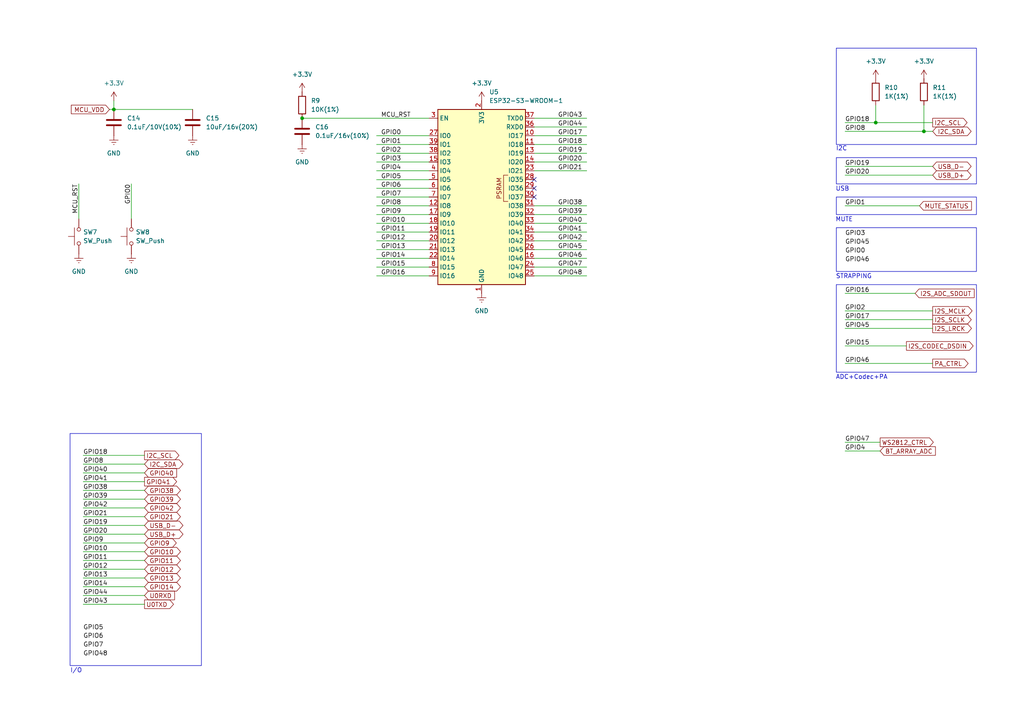
<source format=kicad_sch>
(kicad_sch (version 20231120) (generator "eeschema") (generator_version "8.0")
  (paper "A4")
  (lib_symbols
    (symbol "Device:C" (pin_numbers hide) (pin_names (offset 0.254))
      (property "Reference" "C" (at 0.635 2.54 0))
      (property "Value" "C" (at 0.635 -2.54 0))
      (symbol "C_0_1"
        (polyline (pts (xy -2.032 -0.762) (xy 2.032 -0.762)) (stroke (width 0.508)))
        (polyline (pts (xy -2.032 0.762) (xy 2.032 0.762)) (stroke (width 0.508)))
      )
      (symbol "C_1_1"
        (pin passive line (at 0 3.81 270) (length 2.794) (name "~") (number "1"))
        (pin passive line (at 0 -3.81 90) (length 2.794) (name "~") (number "2"))
      )
    )
    (symbol "Device:R" (pin_numbers hide) (pin_names (offset 0))
      (property "Reference" "R" (at 2.032 0 90))
      (property "Value" "R" (at 0 0 90))
      (symbol "R_0_1"
        (rectangle (start -1.016 -2.54) (end 1.016 2.54) (stroke (width 0.254)))
      )
      (symbol "R_1_1"
        (pin passive line (at 0 3.81 270) (length 1.27) (name "~") (number "1"))
        (pin passive line (at 0 -3.81 90) (length 1.27) (name "~") (number "2"))
      )
    )
    (symbol "RF_Module:ESP32-S3-WROOM-1"
      (property "Reference" "U" (at -12.7 26.67 0))
      (property "Value" "ESP32-S3-WROOM-1" (at 12.7 26.67 0))
      (symbol "ESP32-S3-WROOM-1_0_0"
        (rectangle (start -12.7 25.4) (end 12.7 -25.4) (stroke (width 0.254)) (fill (type background)))
        (text "PSRAM" (at 5.08 2.54 900) (effects (font (size 1.27 1.27))))
      )
      (symbol "ESP32-S3-WROOM-1_0_1"
        (polyline (pts (xy 7.62 -1.27) (xy 6.35 -1.27) (xy 6.35 6.35) (xy 7.62 6.35)))
      )
      (symbol "ESP32-S3-WROOM-1_1_1"
        (pin power_in line (at 0 -27.94 90) (length 2.54) (name "GND") (number "1"))
        (pin bidirectional line (at 15.24 17.78 180) (length 2.54) (name "IO17") (number "10"))
        (pin bidirectional line (at 15.24 15.24 180) (length 2.54) (name "IO18") (number "11"))
        (pin bidirectional line (at -15.24 -2.54 0) (length 2.54) (name "IO8") (number "12"))
        (pin bidirectional line (at 15.24 12.7 180) (length 2.54) (name "IO19") (number "13"))
        (pin bidirectional line (at 15.24 10.16 180) (length 2.54) (name "IO20") (number "14"))
        (pin bidirectional line (at -15.24 10.16 0) (length 2.54) (name "IO3") (number "15"))
        (pin bidirectional line (at 15.24 -17.78 180) (length 2.54) (name "IO46") (number "16"))
        (pin bidirectional line (at -15.24 -5.08 0) (length 2.54) (name "IO9") (number "17"))
        (pin bidirectional line (at -15.24 -7.62 0) (length 2.54) (name "IO10") (number "18"))
        (pin bidirectional line (at -15.24 -10.16 0) (length 2.54) (name "IO11") (number "19"))
        (pin power_in line (at 0 27.94 270) (length 2.54) (name "3V3") (number "2"))
        (pin bidirectional line (at -15.24 -12.7 0) (length 2.54) (name "IO12") (number "20"))
        (pin bidirectional line (at -15.24 -15.24 0) (length 2.54) (name "IO13") (number "21"))
        (pin bidirectional line (at -15.24 -17.78 0) (length 2.54) (name "IO14") (number "22"))
        (pin bidirectional line (at 15.24 7.62 180) (length 2.54) (name "IO21") (number "23"))
        (pin bidirectional line (at 15.24 -20.32 180) (length 2.54) (name "IO47") (number "24"))
        (pin bidirectional line (at 15.24 -22.86 180) (length 2.54) (name "IO48") (number "25"))
        (pin bidirectional line (at 15.24 -15.24 180) (length 2.54) (name "IO45") (number "26"))
        (pin bidirectional line (at -15.24 17.78 0) (length 2.54) (name "IO0") (number "27"))
        (pin bidirectional line (at 15.24 5.08 180) (length 2.54) (name "IO35") (number "28"))
        (pin bidirectional line (at 15.24 2.54 180) (length 2.54) (name "IO36") (number "29"))
        (pin input line (at -15.24 22.86 0) (length 2.54) (name "EN") (number "3"))
        (pin bidirectional line (at 15.24 0 180) (length 2.54) (name "IO37") (number "30"))
        (pin bidirectional line (at 15.24 -2.54 180) (length 2.54) (name "IO38") (number "31"))
        (pin bidirectional line (at 15.24 -5.08 180) (length 2.54) (name "IO39") (number "32"))
        (pin bidirectional line (at 15.24 -7.62 180) (length 2.54) (name "IO40") (number "33"))
        (pin bidirectional line (at 15.24 -10.16 180) (length 2.54) (name "IO41") (number "34"))
        (pin bidirectional line (at 15.24 -12.7 180) (length 2.54) (name "IO42") (number "35"))
        (pin bidirectional line (at 15.24 20.32 180) (length 2.54) (name "RXD0") (number "36"))
        (pin bidirectional line (at 15.24 22.86 180) (length 2.54) (name "TXD0") (number "37"))
        (pin bidirectional line (at -15.24 12.7 0) (length 2.54) (name "IO2") (number "38"))
        (pin bidirectional line (at -15.24 15.24 0) (length 2.54) (name "IO1") (number "39"))
        (pin bidirectional line (at -15.24 7.62 0) (length 2.54) (name "IO4") (number "4"))
        (pin passive line (at 0 -27.94 90) (length 2.54) hide (name "GND") (number "40"))
        (pin passive line (at 0 -27.94 90) (length 2.54) hide (name "GND") (number "41"))
        (pin bidirectional line (at -15.24 5.08 0) (length 2.54) (name "IO5") (number "5"))
        (pin bidirectional line (at -15.24 2.54 0) (length 2.54) (name "IO6") (number "6"))
        (pin bidirectional line (at -15.24 0 0) (length 2.54) (name "IO7") (number "7"))
        (pin bidirectional line (at -15.24 -20.32 0) (length 2.54) (name "IO15") (number "8"))
        (pin bidirectional line (at -15.24 -22.86 0) (length 2.54) (name "IO16") (number "9"))
      )
    )
    (symbol "Switch:SW_Push" (pin_numbers hide) (pin_names (offset 1.016) hide)
      (property "Reference" "SW" (at 1.27 2.54 0))
      (property "Value" "SW_Push" (at 0 -1.524 0))
      (symbol "SW_Push_0_1"
        (circle (center -2.032 0) (radius 0.508))
        (polyline (pts (xy 0 1.27) (xy 0 3.048)))
        (polyline (pts (xy 2.54 1.27) (xy -2.54 1.27)))
        (circle (center 2.032 0) (radius 0.508))
        (pin passive line (at -5.08 0 0) (length 2.54) (name "1") (number "1"))
        (pin passive line (at 5.08 0 180) (length 2.54) (name "2") (number "2"))
      )
    )
    (symbol "power:+3.3V" (power) (pin_numbers hide) (pin_names (offset 0) hide)
      (property "Value" "+3.3V" (at 0 3.556 0))
      (symbol "+3.3V_0_1"
        (polyline (pts (xy -0.762 1.27) (xy 0 2.54)))
        (polyline (pts (xy 0 0) (xy 0 2.54)))
        (polyline (pts (xy 0 2.54) (xy 0.762 1.27)))
      )
      (symbol "+3.3V_1_1"
        (pin power_in line (at 0 0 90) (length 0) (name "~") (number "1"))
      )
    )
    (symbol "power:Earth" (power) (pin_numbers hide) (pin_names (offset 0) hide)
      (property "Value" "Earth" (at 0 -3.81 0))
      (symbol "Earth_0_1"
        (polyline (pts (xy -0.635 -1.905) (xy 0.635 -1.905)))
        (polyline (pts (xy -0.127 -2.54) (xy 0.127 -2.54)))
        (polyline (pts (xy 0 -1.27) (xy 0 0)))
        (polyline (pts (xy 1.27 -1.27) (xy -1.27 -1.27)))
      )
      (symbol "Earth_1_1"
        (pin power_in line (at 0 0 270) (length 0) (name "~") (number "1"))
      )
    )
  )
  (junction (at 33.02 31.75))
  (junction (at 267.97 38.1))
  (junction (at 87.63 34.29))
  (junction (at 254 35.56))
  (no_connect (at 154.94 54.61))
  (no_connect (at 154.94 57.15))
  (no_connect (at 154.94 52.07))
  (wire (pts (xy 24.13 152.4) (xy 41.91 152.4)))
  (wire (pts (xy 154.94 77.47) (xy 170.18 77.47)))
  (wire (pts (xy 154.94 67.31) (xy 170.18 67.31)))
  (wire (pts (xy 24.13 170.18) (xy 41.91 170.18)))
  (wire (pts (xy 24.13 144.78) (xy 41.91 144.78)))
  (wire (pts (xy 270.51 90.17) (xy 245.11 90.17)))
  (wire (pts (xy 154.94 64.77) (xy 170.18 64.77)))
  (wire (pts (xy 245.11 38.1) (xy 267.97 38.1)))
  (wire (pts (xy 265.43 85.09) (xy 245.11 85.09)))
  (wire (pts (xy 154.94 46.99) (xy 170.18 46.99)))
  (wire (pts (xy 154.94 59.69) (xy 170.18 59.69)))
  (wire (pts (xy 154.94 34.29) (xy 170.18 34.29)))
  (wire (pts (xy 245.11 105.41) (xy 270.51 105.41)))
  (wire (pts (xy 24.13 154.94) (xy 41.91 154.94)))
  (wire (pts (xy 154.94 80.01) (xy 170.18 80.01)))
  (wire (pts (xy 87.63 34.29) (xy 124.46 34.29)))
  (wire (pts (xy 109.22 64.77) (xy 124.46 64.77)))
  (wire (pts (xy 154.94 36.83) (xy 170.18 36.83)))
  (wire (pts (xy 245.11 35.56) (xy 254 35.56)))
  (wire (pts (xy 245.11 128.27) (xy 255.27 128.27)))
  (wire (pts (xy 154.94 49.53) (xy 170.18 49.53)))
  (wire (pts (xy 24.13 139.7) (xy 41.91 139.7)))
  (wire (pts (xy 254 35.56) (xy 270.51 35.56)))
  (wire (pts (xy 24.13 149.86) (xy 41.91 149.86)))
  (wire (pts (xy 109.22 74.93) (xy 124.46 74.93)))
  (wire (pts (xy 24.13 160.02) (xy 41.91 160.02)))
  (wire (pts (xy 31.75 31.75) (xy 33.02 31.75)))
  (wire (pts (xy 109.22 62.23) (xy 124.46 62.23)))
  (wire (pts (xy 24.13 157.48) (xy 41.91 157.48)))
  (wire (pts (xy 154.94 72.39) (xy 170.18 72.39)))
  (wire (pts (xy 109.22 49.53) (xy 124.46 49.53)))
  (wire (pts (xy 24.13 172.72) (xy 41.91 172.72)))
  (wire (pts (xy 109.22 59.69) (xy 124.46 59.69)))
  (wire (pts (xy 245.11 130.81) (xy 255.27 130.81)))
  (wire (pts (xy 254 30.48) (xy 254 35.56)))
  (wire (pts (xy 24.13 142.24) (xy 41.91 142.24)))
  (wire (pts (xy 109.22 77.47) (xy 124.46 77.47)))
  (wire (pts (xy 245.11 50.8) (xy 270.51 50.8)))
  (wire (pts (xy 109.22 41.91) (xy 124.46 41.91)))
  (wire (pts (xy 33.02 29.21) (xy 33.02 31.75)))
  (wire (pts (xy 24.13 147.32) (xy 41.91 147.32)))
  (wire (pts (xy 24.13 132.08) (xy 41.91 132.08)))
  (wire (pts (xy 154.94 44.45) (xy 170.18 44.45)))
  (wire (pts (xy 24.13 165.1) (xy 41.91 165.1)))
  (wire (pts (xy 109.22 44.45) (xy 124.46 44.45)))
  (wire (pts (xy 154.94 69.85) (xy 170.18 69.85)))
  (wire (pts (xy 109.22 80.01) (xy 124.46 80.01)))
  (wire (pts (xy 24.13 134.62) (xy 41.91 134.62)))
  (wire (pts (xy 270.51 95.25) (xy 245.11 95.25)))
  (wire (pts (xy 154.94 62.23) (xy 170.18 62.23)))
  (wire (pts (xy 154.94 39.37) (xy 170.18 39.37)))
  (wire (pts (xy 38.1 53.34) (xy 38.1 63.5)))
  (wire (pts (xy 22.86 53.34) (xy 22.86 63.5)))
  (wire (pts (xy 245.11 59.69) (xy 266.7 59.69)))
  (wire (pts (xy 154.94 41.91) (xy 170.18 41.91)))
  (wire (pts (xy 24.13 175.26) (xy 41.91 175.26)))
  (wire (pts (xy 24.13 162.56) (xy 41.91 162.56)))
  (wire (pts (xy 24.13 137.16) (xy 41.91 137.16)))
  (wire (pts (xy 154.94 74.93) (xy 170.18 74.93)))
  (wire (pts (xy 109.22 57.15) (xy 124.46 57.15)))
  (wire (pts (xy 245.11 48.26) (xy 270.51 48.26)))
  (wire (pts (xy 245.11 92.71) (xy 270.51 92.71)))
  (wire (pts (xy 109.2172 52.1339) (xy 124.4572 52.1339)))
  (wire (pts (xy 109.22 39.37) (xy 124.46 39.37)))
  (wire (pts (xy 245.11 100.33) (xy 262.89 100.33)))
  (wire (pts (xy 109.22 72.39) (xy 124.46 72.39)))
  (wire (pts (xy 109.22 54.61) (xy 124.46 54.61)))
  (wire (pts (xy 267.97 38.1) (xy 270.51 38.1)))
  (wire (pts (xy 109.22 67.31) (xy 124.46 67.31)))
  (wire (pts (xy 109.22 69.85) (xy 124.46 69.85)))
  (wire (pts (xy 267.97 38.1) (xy 267.97 30.48)))
  (wire (pts (xy 33.02 31.75) (xy 55.88 31.75)))
  (wire (pts (xy 109.22 46.99) (xy 124.46 46.99)))
  (wire (pts (xy 24.13 167.64) (xy 41.91 167.64)))
  (rectangle (start 242.57 57.15) (end 283.21 62.23))
  (rectangle (start 20.32 125.73) (end 58.42 193.04))
  (rectangle (start 242.57 82.55) (end 283.21 107.95))
  (rectangle (start 242.57 45.72) (end 283.21 53.34))
  (rectangle (start 242.57 66.04) (end 283.21 78.74))
  (rectangle (start 242.57 13.97) (end 283.21 41.91))
  (text "MUTE" (at 244.856 63.754 0) (effects (font (size 1.27 1.27))))
  (text "ADC+Codec+PA" (at 249.936 109.474 0) (effects (font (size 1.27 1.27))))
  (text "I/O" (at 22.098 194.564 0) (effects (font (size 1.27 1.27))))
  (text "USB" (at 244.348 54.864 0) (effects (font (size 1.27 1.27))))
  (text "STRAPPING" (at 247.65 80.264 0) (effects (font (size 1.27 1.27))))
  (text "I2C" (at 244.094 43.18 0) (effects (font (size 1.27 1.27))))
  (label "GPIO48" (at 24.13 190.5 0))
  (label "GPIO3" (at 245.11 68.58 0))
  (label "GPIO15" (at 110.49 77.47 0))
  (label "GPIO47" (at 168.91 77.47 180))
  (label "GPIO4" (at 245.11 130.81 0))
  (label "GPIO21" (at 168.91 49.53 180))
  (label "GPIO20" (at 168.91 46.99 180))
  (label "GPIO21" (at 24.13 149.86 0))
  (label "GPIO38" (at 168.91 59.69 180))
  (label "GPIO13" (at 110.49 72.39 0))
  (label "GPIO14" (at 110.49 74.93 0))
  (label "GPIO45" (at 245.11 71.12 0))
  (label "GPIO43" (at 168.91 34.29 180))
  (label "GPIO1" (at 245.11 59.69 0))
  (label "GPIO7" (at 24.13 187.96 0))
  (label "GPIO18" (at 168.91 41.91 180))
  (label "GPIO2" (at 110.49 44.45 0))
  (label "GPIO5" (at 24.1272 182.9439 0))
  (label "GPIO39" (at 24.13 144.78 0))
  (label "GPIO18" (at 245.11 35.56 0))
  (label "GPIO1" (at 110.49 41.91 0))
  (label "GPIO12" (at 110.49 69.85 0))
  (label "GPIO46" (at 245.11 76.2 0))
  (label "MCU_RST" (at 22.86 53.34 270))
  (label "GPIO6" (at 110.49 54.61 0))
  (label "GPIO0" (at 110.49 39.37 0))
  (label "GPIO48" (at 168.91 80.01 180))
  (label "GPIO5" (at 110.4872 52.1339 0))
  (label "MCU_RST" (at 110.49 34.29 0))
  (label "GPIO44" (at 168.91 36.83 180))
  (label "GPIO40" (at 24.13 137.16 0))
  (label "GPIO13" (at 24.13 167.64 0))
  (label "GPIO8" (at 24.13 134.62 0))
  (label "GPIO0" (at 245.11 73.66 0))
  (label "GPIO44" (at 24.13 172.72 0))
  (label "GPIO3" (at 110.49 46.99 0))
  (label "GPIO42" (at 24.13 147.32 0))
  (label "GPIO40" (at 168.91 64.77 180))
  (label "GPIO8" (at 245.11 38.1 0))
  (label "GPIO38" (at 24.13 142.24 0))
  (label "GPIO16" (at 245.11 85.09 0))
  (label "GPIO19" (at 168.91 44.45 180))
  (label "GPIO16" (at 110.49 80.01 0))
  (label "GPIO11" (at 110.49 67.31 0))
  (label "GPIO46" (at 168.91 74.93 180))
  (label "GPIO42" (at 168.91 69.85 180))
  (label "GPIO17" (at 245.11 92.71 0))
  (label "GPIO45" (at 245.11 95.25 0))
  (label "GPIO41" (at 168.91 67.31 180))
  (label "GPIO15" (at 245.11 100.33 0))
  (label "GPIO11" (at 24.13 162.56 0))
  (label "GPIO8" (at 110.49 59.69 0))
  (label "GPIO12" (at 24.13 165.1 0))
  (label "GPIO10" (at 110.49 64.77 0))
  (label "GPIO47" (at 245.11 128.27 0))
  (label "GPIO20" (at 24.13 154.94 0))
  (label "GPIO7" (at 110.49 57.15 0))
  (label "GPIO43" (at 24.13 175.26 0))
  (label "GPIO2" (at 245.11 90.17 0))
  (label "GPIO41" (at 24.13 139.7 0))
  (label "GPIO0" (at 38.1 53.34 270))
  (label "GPIO17" (at 168.91 39.37 180))
  (label "GPIO19" (at 245.11 48.26 0))
  (label "GPIO39" (at 168.91 62.23 180))
  (label "GPIO10" (at 24.13 160.02 0))
  (label "GPIO4" (at 110.49 49.53 0))
  (label "GPIO14" (at 24.13 170.18 0))
  (label "GPIO9" (at 110.49 62.23 0))
  (label "GPIO45" (at 168.91 72.39 180))
  (label "GPIO20" (at 245.11 50.8 0))
  (label "GPIO6" (at 24.13 185.42 0))
  (label "GPIO9" (at 24.13 157.48 0))
  (label "GPIO46" (at 245.11 105.41 0))
  (label "GPIO18" (at 24.13 132.08 0))
  (label "GPIO19" (at 24.13 152.4 0))
  (global_label "I2S_ADC_SDOUT" (shape input) (at 265.43 85.09 0) (property "Intersheetrefs" "${INTERSHEET_REFS}" (effects (hide yes))))
  (global_label "USB_D+" (shape bidirectional) (at 41.91 154.94 0) (property "Intersheetrefs" "${INTERSHEET_REFS}" (effects (hide yes))))
  (global_label "GPIO11" (shape bidirectional) (at 41.91 162.56 0) (property "Intersheetrefs" "${INTERSHEET_REFS}" (effects (hide yes))))
  (global_label "I2C_SDA" (shape bidirectional) (at 41.91 134.62 0) (property "Intersheetrefs" "${INTERSHEET_REFS}" (effects (hide yes))))
  (global_label "WS2812_CTRL" (shape output) (at 255.27 128.27 0) (property "Intersheetrefs" "${INTERSHEET_REFS}" (effects (hide yes))))
  (global_label "GPIO21" (shape bidirectional) (at 41.91 149.86 0) (property "Intersheetrefs" "${INTERSHEET_REFS}" (effects (hide yes))))
  (global_label "USB_D-" (shape bidirectional) (at 41.91 152.4 0) (property "Intersheetrefs" "${INTERSHEET_REFS}" (effects (hide yes))))
  (global_label "I2S_SCLK" (shape output) (at 270.51 92.71 0) (property "Intersheetrefs" "${INTERSHEET_REFS}" (effects (hide yes))))
  (global_label "I2C_SCL" (shape output) (at 270.51 35.56 0) (property "Intersheetrefs" "${INTERSHEET_REFS}" (effects (hide yes))))
  (global_label "U0TXD" (shape output) (at 41.91 175.26 0) (property "Intersheetrefs" "${INTERSHEET_REFS}" (effects (hide yes))))
  (global_label "MCU_VDD" (shape input) (at 31.75 31.75 180) (property "Intersheetrefs" "${INTERSHEET_REFS}" (effects (hide yes))))
  (global_label "MUTE_STATUS" (shape input) (at 266.7 59.69 0) (property "Intersheetrefs" "${INTERSHEET_REFS}" (effects (hide yes))))
  (global_label "USB_D+" (shape bidirectional) (at 270.51 50.8 0) (property "Intersheetrefs" "${INTERSHEET_REFS}" (effects (hide yes))))
  (global_label "U0RXD" (shape input) (at 41.91 172.72 0) (property "Intersheetrefs" "${INTERSHEET_REFS}" (effects (hide yes))))
  (global_label "GPIO12" (shape bidirectional) (at 41.91 165.1 0) (property "Intersheetrefs" "${INTERSHEET_REFS}" (effects (hide yes))))
  (global_label "I2C_SDA" (shape bidirectional) (at 270.51 38.1 0) (property "Intersheetrefs" "${INTERSHEET_REFS}" (effects (hide yes))))
  (global_label "GPIO38" (shape bidirectional) (at 41.91 142.24 0) (property "Intersheetrefs" "${INTERSHEET_REFS}" (effects (hide yes))))
  (global_label "I2S_CODEC_DSDIN" (shape output) (at 262.89 100.33 0) (property "Intersheetrefs" "${INTERSHEET_REFS}" (effects (hide yes))))
  (global_label "GPIO13" (shape bidirectional) (at 41.91 167.64 0) (property "Intersheetrefs" "${INTERSHEET_REFS}" (effects (hide yes))))
  (global_label "I2C_SCL" (shape output) (at 41.91 132.08 0) (property "Intersheetrefs" "${INTERSHEET_REFS}" (effects (hide yes))))
  (global_label "BT_ARRAY_ADC" (shape input) (at 255.27 130.81 0) (property "Intersheetrefs" "${INTERSHEET_REFS}" (effects (hide yes))))
  (global_label "I2S_LRCK" (shape output) (at 270.51 95.25 0) (property "Intersheetrefs" "${INTERSHEET_REFS}" (effects (hide yes))))
  (global_label "GPIO40" (shape input) (at 41.91 137.16 0) (property "Intersheetrefs" "${INTERSHEET_REFS}" (effects (hide yes))))
  (global_label "GPIO39" (shape bidirectional) (at 41.91 144.78 0) (property "Intersheetrefs" "${INTERSHEET_REFS}" (effects (hide yes))))
  (global_label "GPIO14" (shape bidirectional) (at 41.91 170.18 0) (property "Intersheetrefs" "${INTERSHEET_REFS}" (effects (hide yes))))
  (global_label "GPIO41" (shape output) (at 41.91 139.7 0) (property "Intersheetrefs" "${INTERSHEET_REFS}" (effects (hide yes))))
  (global_label "I2S_MCLK" (shape output) (at 270.51 90.17 0) (property "Intersheetrefs" "${INTERSHEET_REFS}" (effects (hide yes))))
  (global_label "PA_CTRL" (shape output) (at 270.51 105.41 0) (property "Intersheetrefs" "${INTERSHEET_REFS}" (effects (hide yes))))
  (global_label "GPIO10" (shape bidirectional) (at 41.91 160.02 0) (property "Intersheetrefs" "${INTERSHEET_REFS}" (effects (hide yes))))
  (global_label "USB_D-" (shape bidirectional) (at 270.51 48.26 0) (property "Intersheetrefs" "${INTERSHEET_REFS}" (effects (hide yes))))
  (global_label "GPIO42" (shape bidirectional) (at 41.91 147.32 0) (property "Intersheetrefs" "${INTERSHEET_REFS}" (effects (hide yes))))
  (global_label "GPIO9" (shape bidirectional) (at 41.91 157.48 0) (property "Intersheetrefs" "${INTERSHEET_REFS}" (effects (hide yes))))
  (symbol (lib_id "power:Earth") (at 139.7 85.09 0) (unit 1)
    (property "Reference" "#PWR031" (effects (hide yes)))
    (property "Value" "GND" (at 139.7 90.17 0))
    (property "Description" "Power symbol creates a global label with name \"Earth\"" (effects (hide yes)))
  )
  (symbol (lib_id "Device:R") (at 254 26.67 0) (unit 1)
    (property "Reference" "R10" (at 256.54 25.3999 0) (effects (justify left)))
    (property "Value" "1K(1%)" (at 256.54 27.9399 0) (effects (justify left)))
    (property "Footprint" "Resistor_SMD:R_0603_1608Metric" (effects (hide yes)))
    (property "Description" "Resistor" (effects (hide yes)))
  )
  (symbol (lib_id "Device:R") (at 267.97 26.67 0) (unit 1)
    (property "Reference" "R11" (at 270.51 25.3999 0) (effects (justify left)))
    (property "Value" "1K(1%)" (at 270.51 27.9399 0) (effects (justify left)))
    (property "Footprint" "Resistor_SMD:R_0603_1608Metric" (effects (hide yes)))
    (property "Description" "Resistor" (effects (hide yes)))
  )
  (symbol (lib_id "power:Earth") (at 33.02 39.37 0) (unit 1)
    (property "Reference" "#PWR026" (effects (hide yes)))
    (property "Value" "GND" (at 33.02 44.45 0))
    (property "Description" "Power symbol creates a global label with name \"Earth\"" (effects (hide yes)))
  )
  (symbol (lib_id "Switch:SW_Push") (at 38.1 68.58 90) (unit 1)
    (property "Reference" "SW8" (at 39.37 67.3099 90) (effects (justify right)))
    (property "Value" "SW_Push" (at 39.37 69.8499 90) (effects (justify right)))
    (property "Footprint" "Button_Switch_SMD:SW_SPST_PTS645" (effects (hide yes)))
    (property "Description" "Push button switch, generic, two pins" (effects (hide yes)))
  )
  (symbol (lib_id "power:Earth") (at 55.88 39.37 0) (unit 1)
    (property "Reference" "#PWR027" (effects (hide yes)))
    (property "Value" "GND" (at 55.88 44.45 0))
    (property "Description" "Power symbol creates a global label with name \"Earth\"" (effects (hide yes)))
  )
  (symbol (lib_id "power:+3.3V") (at 267.97 22.86 0) (unit 1)
    (property "Reference" "#PWR033" (effects (hide yes)))
    (property "Value" "+3.3V" (at 267.97 17.78 0))
    (property "Description" "Power symbol creates a global label with name \"+3.3V\"" (effects (hide yes)))
  )
  (symbol (lib_id "power:Earth") (at 87.63 41.91 0) (unit 1)
    (property "Reference" "#PWR030" (effects (hide yes)))
    (property "Value" "GND" (at 87.63 46.99 0))
    (property "Description" "Power symbol creates a global label with name \"Earth\"" (effects (hide yes)))
  )
  (symbol (lib_id "power:+3.3V") (at 87.63 26.67 0) (unit 1)
    (property "Reference" "#PWR029" (effects (hide yes)))
    (property "Value" "+3.3V" (at 87.63 21.59 0))
    (property "Description" "Power symbol creates a global label with name \"+3.3V\"" (effects (hide yes)))
  )
  (symbol (lib_id "Device:C") (at 33.02 35.56 0) (unit 1)
    (property "Reference" "C14" (at 36.83 34.2899 0) (effects (justify left)))
    (property "Value" "0.1uF/10V(10%)" (at 36.83 36.8299 0) (effects (justify left)))
    (property "Footprint" "Capacitor_SMD:C_0603_1608Metric" (effects (hide yes)))
    (property "Description" "Unpolarized capacitor" (effects (hide yes)))
  )
  (symbol (lib_id "Device:C") (at 55.88 35.56 0) (unit 1)
    (property "Reference" "C15" (at 59.69 34.2899 0) (effects (justify left)))
    (property "Value" "10uF/16v(20%)" (at 59.69 36.8299 0) (effects (justify left)))
    (property "Footprint" "Capacitor_SMD:C_0603_1608Metric" (effects (hide yes)))
    (property "Description" "Unpolarized capacitor" (effects (hide yes)))
  )
  (symbol (lib_id "power:Earth") (at 22.86 73.66 0) (unit 1)
    (property "Reference" "#PWR093" (effects (hide yes)))
    (property "Value" "GND" (at 22.86 78.74 0))
    (property "Description" "Power symbol creates a global label with name \"Earth\"" (effects (hide yes)))
  )
  (symbol (lib_id "power:Earth") (at 38.1 73.66 0) (unit 1)
    (property "Reference" "#PWR0162" (effects (hide yes)))
    (property "Value" "GND" (at 38.1 78.74 0))
    (property "Description" "Power symbol creates a global label with name \"Earth\"" (effects (hide yes)))
  )
  (symbol (lib_id "RF_Module:ESP32-S3-WROOM-1") (at 139.7 57.15 0) (unit 1)
    (property "Reference" "U5" (at 141.8941 26.67 0) (effects (justify left)))
    (property "Value" "ESP32-S3-WROOM-1" (at 141.8941 29.21 0) (effects (justify left)))
    (property "Footprint" "RF_Module:ESP32-S3-WROOM-1" (effects (hide yes)))
    (property "Datasheet" "https://www.espressif.com/sites/default/files/documentation/esp32-s3-wroom-1_wroom-1u_datasheet_en.pdf" (effects (hide yes)))
    (property "Description" "RF Module, ESP32-S3 SoC, Wi-Fi 802.11b/g/n, Bluetooth, BLE, 32-bit, 3.3V, onboard antenna, SMD" (effects (hide yes)))
  )
  (symbol (lib_id "power:+3.3V") (at 254 22.86 0) (unit 1)
    (property "Reference" "#PWR032" (effects (hide yes)))
    (property "Value" "+3.3V" (at 254 17.78 0))
    (property "Description" "Power symbol creates a global label with name \"+3.3V\"" (effects (hide yes)))
  )
  (symbol (lib_id "Device:C") (at 87.63 38.1 0) (unit 1)
    (property "Reference" "C16" (at 91.44 36.8299 0) (effects (justify left)))
    (property "Value" "0.1uF/16v(10%)" (at 91.44 39.3699 0) (effects (justify left)))
    (property "Footprint" "Capacitor_SMD:C_0603_1608Metric" (effects (hide yes)))
    (property "Description" "Unpolarized capacitor" (effects (hide yes)))
  )
  (symbol (lib_id "Device:R") (at 87.63 30.48 0) (unit 1)
    (property "Reference" "R9" (at 90.17 29.2099 0) (effects (justify left)))
    (property "Value" "10K(1%)" (at 90.17 31.7499 0) (effects (justify left)))
    (property "Footprint" "Resistor_SMD:R_0603_1608Metric" (effects (hide yes)))
    (property "Description" "Resistor" (effects (hide yes)))
  )
  (symbol (lib_id "power:+3.3V") (at 33.02 29.21 0) (unit 1)
    (property "Reference" "#PWR025" (effects (hide yes)))
    (property "Value" "+3.3V" (at 33.02 24.13 0))
    (property "Description" "Power symbol creates a global label with name \"+3.3V\"" (effects (hide yes)))
  )
  (symbol (lib_id "Switch:SW_Push") (at 22.86 68.58 90) (unit 1)
    (property "Reference" "SW7" (at 24.13 67.3099 90) (effects (justify right)))
    (property "Value" "SW_Push" (at 24.13 69.8499 90) (effects (justify right)))
    (property "Footprint" "Button_Switch_SMD:SW_SPST_PTS645" (effects (hide yes)))
    (property "Description" "Push button switch, generic, two pins" (effects (hide yes)))
  )
  (symbol (lib_id "power:+3.3V") (at 139.7 29.21 0) (unit 1)
    (property "Reference" "#PWR028" (effects (hide yes)))
    (property "Value" "+3.3V" (at 139.7 24.13 0))
    (property "Description" "Power symbol creates a global label with name \"+3.3V\"" (effects (hide yes)))
  )
)
</source>
